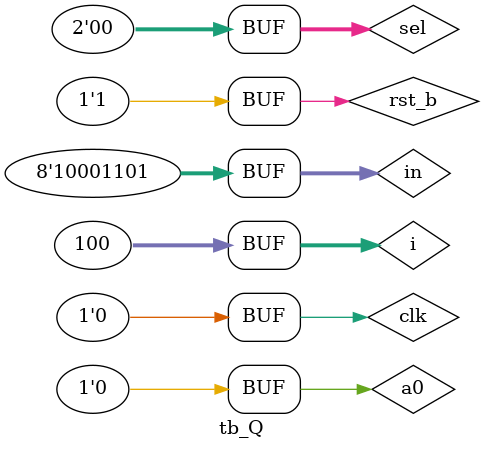
<source format=v>
module tb_A;
    reg clk,rst_b;
    reg q7;
    reg [1:0]sel;
    reg [8:0]in;
    wire[8:0]out; 

    A a(.clk(clk),.rst_b(rst_b),.q7(q7),.sel(sel),.in(in),.out(out));

    initial begin
        $dumpfile("dump.vcd");
        $dumpvars;
        clk=0;
        q7=0;
        rst_b=1;
        in=9'b100001111;
        sel=0;
    end

    initial begin
        #10; rst_b=1;
        #10; rst_b=0;
        #10; rst_b=1;
        #10; sel=3;
        #150; sel=1;
        #250; sel=2;
        #250; sel=0;
    end

    integer i;
    initial begin
        for(i=0;i<100;i=i+1)
        begin
            #50; clk=~clk;
        end
        #50;
    end
endmodule

module tb;

    reg [1:0]d0,d1,d2,d3;
    reg [1:0]sel;
    wire [1:0]o;

    mux_2s #(.w(2)) m(
        .d0(d0),
        .d1(d1),
        .d2(d2),
        .d3(d3),
        .sel(sel),
        .o(o)
    );
    integer i;
    initial begin
        d0=0;d1=1;d2=2;d3=3;
        sel=0;
        #50;
        sel=1;
        #50;
        sel=2;
        #50;
        sel=3;
        
    end

    initial begin
        $display("Time\td0\td1\td2\td3\tsel\to");
        $monitor("%0t\t%b\t%b\t%b\t%b\t%b\t%b",$time,d0,d1,d2,d3,sel,o);
    end
endmodule

module tb_encoder;

    reg [7:0]in;
    wire [2:0]out;

    encoder #(.w(3)) e(
        .in(in),
        .out(out)
    );  

    integer i;
    initial begin
        for (i=0;i<8;i=i+1)
        begin
            in=1<<i;
            #50;
        end
    end

    initial begin
        $display("Time\tin\tout");
        $monitor("%0t\t%b\t%b",$time,in,out);
    end
endmodule

module tb_M;
    reg clk,rst_b;
    reg en;
    reg [7:0]in;
    wire[7:0]out; 

    M a(.clk(clk),.rst_b(rst_b),.en(1'b1),.in(in),.out(out));

    initial begin
        $dumpfile("dump.vcd");
        $dumpvars;
        clk=0;
        en=1;
        rst_b=1;
        in=8'b10001101;
    end

    initial begin
        #10; rst_b=1;
        #10; rst_b=0;
        #10; rst_b=1;
    end

    initial begin
        #320; en=0;
        #20; in=8'b1000001;
    end

    integer i;
    initial begin
        for(i=0;i<100;i=i+1)
        begin
            #50; clk=~clk;
        end
        #50;
    end
endmodule

module tb_Q;
    reg clk,rst_b;
    reg a0;
    reg [1:0]sel;
    reg [7:0]in;
    wire[7:0]out;
    wire q_1;

    Q Qq(.clk(clk),.rst_b(rst_b),.a0(a0),.sel(sel),.in(in),.out(out),.q_1(q_1));

    initial begin
        $dumpfile("dump.vcd");
        $dumpvars;
        clk=0;
        a0=1;
        rst_b=1;
        in=8'b10001101;
        sel=0;
    end

    initial begin
        #10; rst_b=1;
        #10; rst_b=0;
        #10; rst_b=1;
        #10; sel=3;
        #150; sel=1;
        #250; sel=2;
        #250; sel=0;
    end

    initial begin
        #320; a0=0;
    end

    integer i;
    initial begin
        for(i=0;i<100;i=i+1)
        begin
            #50; clk=~clk;
        end
        #50;
    end
endmodule
</source>
